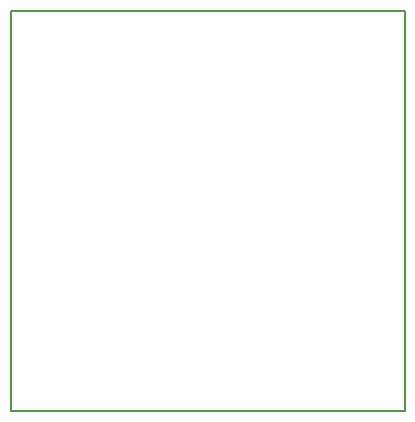
<source format=gbr>
G04 #@! TF.FileFunction,Profile,NP*
%FSLAX46Y46*%
G04 Gerber Fmt 4.6, Leading zero omitted, Abs format (unit mm)*
G04 Created by KiCad (PCBNEW 4.0.5) date 01/20/17 14:33:55*
%MOMM*%
%LPD*%
G01*
G04 APERTURE LIST*
%ADD10C,0.100000*%
%ADD11C,0.150000*%
G04 APERTURE END LIST*
D10*
D11*
X132588000Y-74295000D02*
X165925500Y-74295000D01*
X132588000Y-108204000D02*
X132588000Y-74295000D01*
X165925500Y-108204000D02*
X132588000Y-108204000D01*
X165925500Y-74295000D02*
X165925500Y-108204000D01*
M02*

</source>
